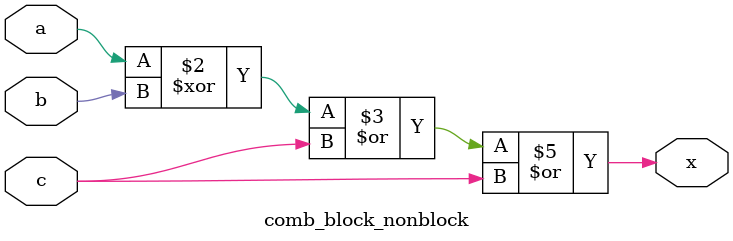
<source format=v>
`timescale 1ns / 1ps

//blocking and non blocking assignments, using comb. circuits
module comb_block_nonblock(
        input a, b, c,
        output reg x
    );
    
    always @(a, b, c) // comment out one block to run code
    begin  
           x = a; // this is a blocking assignment, also called an immediate assignment,
           //it will block the assignment of x^b to the new x, unless the first statement (x=a) is executed before
           x = x ^ b; //Thus, this is the same as x = a^b, since the prev. value updates first, the next assignment to x is BLOCKED unless this one executes first
           x = x | c; //  same as x = (a^b) |c
           
           //Non Blocking
           
           x <= a; // a NB assignment, also called deferred assignment
           //a will only be assigned to x at the very END of the always block
           x <= x ^ b; //BUT, we can see that this statement overrides the previous one,----
           //---- since it will be executed at the end now (imagining this is the end of the always block)
           x <= x | c; //In reality, only this statement will be executed, the x on the RHS will hold the value of x BEFORE the always block, since it wasn't assigned an immed. value in here
           // as such, it will be a feedback loop of an OR gate, where the x output connects back to the x input
           //we can't have cyclic blocks in comb. circuits, and hence shouldn't use NB assignments for them
    end
    
endmodule

</source>
